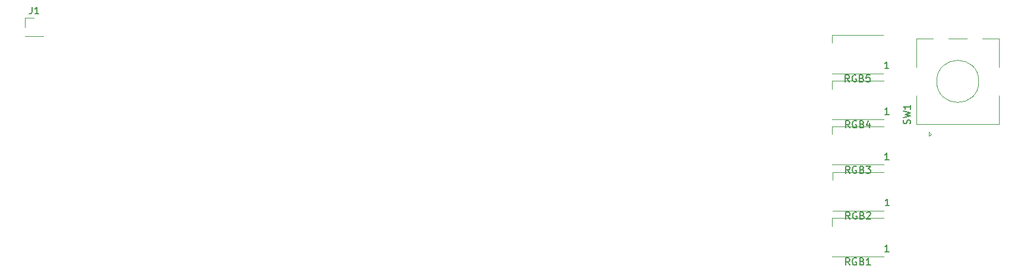
<source format=gto>
G04 #@! TF.GenerationSoftware,KiCad,Pcbnew,5.1.7*
G04 #@! TF.CreationDate,2020-10-07T19:53:18-07:00*
G04 #@! TF.ProjectId,Program Yoink,50726f67-7261-46d2-9059-6f696e6b2e6b,rev?*
G04 #@! TF.SameCoordinates,Original*
G04 #@! TF.FileFunction,Legend,Top*
G04 #@! TF.FilePolarity,Positive*
%FSLAX46Y46*%
G04 Gerber Fmt 4.6, Leading zero omitted, Abs format (unit mm)*
G04 Created by KiCad (PCBNEW 5.1.7) date 2020-10-07 19:53:18*
%MOMM*%
%LPD*%
G01*
G04 APERTURE LIST*
%ADD10C,0.120000*%
%ADD11C,0.150000*%
%ADD12C,4.089800*%
%ADD13C,1.852000*%
%ADD14C,0.752000*%
%ADD15O,1.102000X2.202000*%
%ADD16O,1.102000X1.702000*%
%ADD17C,2.102000*%
%ADD18C,3.150000*%
G04 APERTURE END LIST*
D10*
X-21777000Y257115000D02*
X-19117000Y257115000D01*
X-21777000Y257175000D02*
X-21777000Y257115000D01*
X-19117000Y257175000D02*
X-19117000Y257115000D01*
X-21777000Y257175000D02*
X-19117000Y257175000D01*
X-21777000Y258445000D02*
X-21777000Y259775000D01*
X-21777000Y259775000D02*
X-20447000Y259775000D01*
X114138400Y250698000D02*
G75*
G03*
X114138400Y250698000I-3000000J0D01*
G01*
X105238400Y252698000D02*
X105238400Y256798000D01*
X117038400Y256798000D02*
X117038400Y252698000D01*
X117038400Y248698000D02*
X117038400Y244598000D01*
X105238400Y248698000D02*
X105238400Y244598000D01*
X105238400Y244598000D02*
X117038400Y244598000D01*
X107338400Y243198000D02*
X107038400Y242898000D01*
X107038400Y242898000D02*
X107038400Y243498000D01*
X107038400Y243498000D02*
X107338400Y243198000D01*
X105238400Y256798000D02*
X107638400Y256798000D01*
X109838400Y256798000D02*
X112438400Y256798000D01*
X114638400Y256798000D02*
X117038400Y256798000D01*
X110638400Y250698000D02*
X111638400Y250698000D01*
X111138400Y250198000D02*
X111138400Y251198000D01*
X93214000Y257334000D02*
X93214000Y256184000D01*
X100514000Y257334000D02*
X93214000Y257334000D01*
X100514000Y251834000D02*
X93214000Y251834000D01*
X93251000Y250781000D02*
X93251000Y249631000D01*
X100551000Y250781000D02*
X93251000Y250781000D01*
X100551000Y245281000D02*
X93251000Y245281000D01*
X93251000Y244304000D02*
X93251000Y243154000D01*
X100551000Y244304000D02*
X93251000Y244304000D01*
X100551000Y238804000D02*
X93251000Y238804000D01*
X93288000Y237776000D02*
X93288000Y236626000D01*
X100588000Y237776000D02*
X93288000Y237776000D01*
X100588000Y232276000D02*
X93288000Y232276000D01*
X93251000Y231223000D02*
X93251000Y230073000D01*
X100551000Y231223000D02*
X93251000Y231223000D01*
X100551000Y225723000D02*
X93251000Y225723000D01*
D11*
X-20780333Y261322619D02*
X-20780333Y260608333D01*
X-20827952Y260465476D01*
X-20923190Y260370238D01*
X-21066047Y260322619D01*
X-21161285Y260322619D01*
X-19780333Y260322619D02*
X-20351761Y260322619D01*
X-20066047Y260322619D02*
X-20066047Y261322619D01*
X-20161285Y261179761D01*
X-20256523Y261084523D01*
X-20351761Y261036904D01*
X104343161Y244664666D02*
X104390780Y244807523D01*
X104390780Y245045619D01*
X104343161Y245140857D01*
X104295542Y245188476D01*
X104200304Y245236095D01*
X104105066Y245236095D01*
X104009828Y245188476D01*
X103962209Y245140857D01*
X103914590Y245045619D01*
X103866971Y244855142D01*
X103819352Y244759904D01*
X103771733Y244712285D01*
X103676495Y244664666D01*
X103581257Y244664666D01*
X103486019Y244712285D01*
X103438400Y244759904D01*
X103390780Y244855142D01*
X103390780Y245093238D01*
X103438400Y245236095D01*
X103390780Y245569428D02*
X104390780Y245807523D01*
X103676495Y245998000D01*
X104390780Y246188476D01*
X103390780Y246426571D01*
X104390780Y247331333D02*
X104390780Y246759904D01*
X104390780Y247045619D02*
X103390780Y247045619D01*
X103533638Y246950380D01*
X103628876Y246855142D01*
X103676495Y246759904D01*
X95697333Y250631619D02*
X95364000Y251107809D01*
X95125904Y250631619D02*
X95125904Y251631619D01*
X95506857Y251631619D01*
X95602095Y251584000D01*
X95649714Y251536380D01*
X95697333Y251441142D01*
X95697333Y251298285D01*
X95649714Y251203047D01*
X95602095Y251155428D01*
X95506857Y251107809D01*
X95125904Y251107809D01*
X96649714Y251584000D02*
X96554476Y251631619D01*
X96411619Y251631619D01*
X96268761Y251584000D01*
X96173523Y251488761D01*
X96125904Y251393523D01*
X96078285Y251203047D01*
X96078285Y251060190D01*
X96125904Y250869714D01*
X96173523Y250774476D01*
X96268761Y250679238D01*
X96411619Y250631619D01*
X96506857Y250631619D01*
X96649714Y250679238D01*
X96697333Y250726857D01*
X96697333Y251060190D01*
X96506857Y251060190D01*
X97459238Y251155428D02*
X97602095Y251107809D01*
X97649714Y251060190D01*
X97697333Y250964952D01*
X97697333Y250822095D01*
X97649714Y250726857D01*
X97602095Y250679238D01*
X97506857Y250631619D01*
X97125904Y250631619D01*
X97125904Y251631619D01*
X97459238Y251631619D01*
X97554476Y251584000D01*
X97602095Y251536380D01*
X97649714Y251441142D01*
X97649714Y251345904D01*
X97602095Y251250666D01*
X97554476Y251203047D01*
X97459238Y251155428D01*
X97125904Y251155428D01*
X98602095Y251631619D02*
X98125904Y251631619D01*
X98078285Y251155428D01*
X98125904Y251203047D01*
X98221142Y251250666D01*
X98459238Y251250666D01*
X98554476Y251203047D01*
X98602095Y251155428D01*
X98649714Y251060190D01*
X98649714Y250822095D01*
X98602095Y250726857D01*
X98554476Y250679238D01*
X98459238Y250631619D01*
X98221142Y250631619D01*
X98125904Y250679238D01*
X98078285Y250726857D01*
X101299714Y252531619D02*
X100728285Y252531619D01*
X101014000Y252531619D02*
X101014000Y253531619D01*
X100918761Y253388761D01*
X100823523Y253293523D01*
X100728285Y253245904D01*
X95734333Y244078619D02*
X95401000Y244554809D01*
X95162904Y244078619D02*
X95162904Y245078619D01*
X95543857Y245078619D01*
X95639095Y245031000D01*
X95686714Y244983380D01*
X95734333Y244888142D01*
X95734333Y244745285D01*
X95686714Y244650047D01*
X95639095Y244602428D01*
X95543857Y244554809D01*
X95162904Y244554809D01*
X96686714Y245031000D02*
X96591476Y245078619D01*
X96448619Y245078619D01*
X96305761Y245031000D01*
X96210523Y244935761D01*
X96162904Y244840523D01*
X96115285Y244650047D01*
X96115285Y244507190D01*
X96162904Y244316714D01*
X96210523Y244221476D01*
X96305761Y244126238D01*
X96448619Y244078619D01*
X96543857Y244078619D01*
X96686714Y244126238D01*
X96734333Y244173857D01*
X96734333Y244507190D01*
X96543857Y244507190D01*
X97496238Y244602428D02*
X97639095Y244554809D01*
X97686714Y244507190D01*
X97734333Y244411952D01*
X97734333Y244269095D01*
X97686714Y244173857D01*
X97639095Y244126238D01*
X97543857Y244078619D01*
X97162904Y244078619D01*
X97162904Y245078619D01*
X97496238Y245078619D01*
X97591476Y245031000D01*
X97639095Y244983380D01*
X97686714Y244888142D01*
X97686714Y244792904D01*
X97639095Y244697666D01*
X97591476Y244650047D01*
X97496238Y244602428D01*
X97162904Y244602428D01*
X98591476Y244745285D02*
X98591476Y244078619D01*
X98353380Y245126238D02*
X98115285Y244411952D01*
X98734333Y244411952D01*
X101336714Y245978619D02*
X100765285Y245978619D01*
X101051000Y245978619D02*
X101051000Y246978619D01*
X100955761Y246835761D01*
X100860523Y246740523D01*
X100765285Y246692904D01*
X95734333Y237601619D02*
X95401000Y238077809D01*
X95162904Y237601619D02*
X95162904Y238601619D01*
X95543857Y238601619D01*
X95639095Y238554000D01*
X95686714Y238506380D01*
X95734333Y238411142D01*
X95734333Y238268285D01*
X95686714Y238173047D01*
X95639095Y238125428D01*
X95543857Y238077809D01*
X95162904Y238077809D01*
X96686714Y238554000D02*
X96591476Y238601619D01*
X96448619Y238601619D01*
X96305761Y238554000D01*
X96210523Y238458761D01*
X96162904Y238363523D01*
X96115285Y238173047D01*
X96115285Y238030190D01*
X96162904Y237839714D01*
X96210523Y237744476D01*
X96305761Y237649238D01*
X96448619Y237601619D01*
X96543857Y237601619D01*
X96686714Y237649238D01*
X96734333Y237696857D01*
X96734333Y238030190D01*
X96543857Y238030190D01*
X97496238Y238125428D02*
X97639095Y238077809D01*
X97686714Y238030190D01*
X97734333Y237934952D01*
X97734333Y237792095D01*
X97686714Y237696857D01*
X97639095Y237649238D01*
X97543857Y237601619D01*
X97162904Y237601619D01*
X97162904Y238601619D01*
X97496238Y238601619D01*
X97591476Y238554000D01*
X97639095Y238506380D01*
X97686714Y238411142D01*
X97686714Y238315904D01*
X97639095Y238220666D01*
X97591476Y238173047D01*
X97496238Y238125428D01*
X97162904Y238125428D01*
X98067666Y238601619D02*
X98686714Y238601619D01*
X98353380Y238220666D01*
X98496238Y238220666D01*
X98591476Y238173047D01*
X98639095Y238125428D01*
X98686714Y238030190D01*
X98686714Y237792095D01*
X98639095Y237696857D01*
X98591476Y237649238D01*
X98496238Y237601619D01*
X98210523Y237601619D01*
X98115285Y237649238D01*
X98067666Y237696857D01*
X101336714Y239501619D02*
X100765285Y239501619D01*
X101051000Y239501619D02*
X101051000Y240501619D01*
X100955761Y240358761D01*
X100860523Y240263523D01*
X100765285Y240215904D01*
X95771333Y231073619D02*
X95438000Y231549809D01*
X95199904Y231073619D02*
X95199904Y232073619D01*
X95580857Y232073619D01*
X95676095Y232026000D01*
X95723714Y231978380D01*
X95771333Y231883142D01*
X95771333Y231740285D01*
X95723714Y231645047D01*
X95676095Y231597428D01*
X95580857Y231549809D01*
X95199904Y231549809D01*
X96723714Y232026000D02*
X96628476Y232073619D01*
X96485619Y232073619D01*
X96342761Y232026000D01*
X96247523Y231930761D01*
X96199904Y231835523D01*
X96152285Y231645047D01*
X96152285Y231502190D01*
X96199904Y231311714D01*
X96247523Y231216476D01*
X96342761Y231121238D01*
X96485619Y231073619D01*
X96580857Y231073619D01*
X96723714Y231121238D01*
X96771333Y231168857D01*
X96771333Y231502190D01*
X96580857Y231502190D01*
X97533238Y231597428D02*
X97676095Y231549809D01*
X97723714Y231502190D01*
X97771333Y231406952D01*
X97771333Y231264095D01*
X97723714Y231168857D01*
X97676095Y231121238D01*
X97580857Y231073619D01*
X97199904Y231073619D01*
X97199904Y232073619D01*
X97533238Y232073619D01*
X97628476Y232026000D01*
X97676095Y231978380D01*
X97723714Y231883142D01*
X97723714Y231787904D01*
X97676095Y231692666D01*
X97628476Y231645047D01*
X97533238Y231597428D01*
X97199904Y231597428D01*
X98152285Y231978380D02*
X98199904Y232026000D01*
X98295142Y232073619D01*
X98533238Y232073619D01*
X98628476Y232026000D01*
X98676095Y231978380D01*
X98723714Y231883142D01*
X98723714Y231787904D01*
X98676095Y231645047D01*
X98104666Y231073619D01*
X98723714Y231073619D01*
X101373714Y232973619D02*
X100802285Y232973619D01*
X101088000Y232973619D02*
X101088000Y233973619D01*
X100992761Y233830761D01*
X100897523Y233735523D01*
X100802285Y233687904D01*
X95734333Y224520619D02*
X95401000Y224996809D01*
X95162904Y224520619D02*
X95162904Y225520619D01*
X95543857Y225520619D01*
X95639095Y225473000D01*
X95686714Y225425380D01*
X95734333Y225330142D01*
X95734333Y225187285D01*
X95686714Y225092047D01*
X95639095Y225044428D01*
X95543857Y224996809D01*
X95162904Y224996809D01*
X96686714Y225473000D02*
X96591476Y225520619D01*
X96448619Y225520619D01*
X96305761Y225473000D01*
X96210523Y225377761D01*
X96162904Y225282523D01*
X96115285Y225092047D01*
X96115285Y224949190D01*
X96162904Y224758714D01*
X96210523Y224663476D01*
X96305761Y224568238D01*
X96448619Y224520619D01*
X96543857Y224520619D01*
X96686714Y224568238D01*
X96734333Y224615857D01*
X96734333Y224949190D01*
X96543857Y224949190D01*
X97496238Y225044428D02*
X97639095Y224996809D01*
X97686714Y224949190D01*
X97734333Y224853952D01*
X97734333Y224711095D01*
X97686714Y224615857D01*
X97639095Y224568238D01*
X97543857Y224520619D01*
X97162904Y224520619D01*
X97162904Y225520619D01*
X97496238Y225520619D01*
X97591476Y225473000D01*
X97639095Y225425380D01*
X97686714Y225330142D01*
X97686714Y225234904D01*
X97639095Y225139666D01*
X97591476Y225092047D01*
X97496238Y225044428D01*
X97162904Y225044428D01*
X98686714Y224520619D02*
X98115285Y224520619D01*
X98401000Y224520619D02*
X98401000Y225520619D01*
X98305761Y225377761D01*
X98210523Y225282523D01*
X98115285Y225234904D01*
X101336714Y226420619D02*
X100765285Y226420619D01*
X101051000Y226420619D02*
X101051000Y227420619D01*
X100955761Y227277761D01*
X100860523Y227182523D01*
X100765285Y227134904D01*
%LPC*%
G36*
G01*
X-21348000Y257595000D02*
X-21348000Y259295000D01*
G75*
G02*
X-21297000Y259346000I51000J0D01*
G01*
X-19597000Y259346000D01*
G75*
G02*
X-19546000Y259295000I0J-51000D01*
G01*
X-19546000Y257595000D01*
G75*
G02*
X-19597000Y257544000I-51000J0D01*
G01*
X-21297000Y257544000D01*
G75*
G02*
X-21348000Y257595000I0J51000D01*
G01*
G37*
D12*
X75406250Y231775000D03*
D13*
X70326250Y231775000D03*
X80486250Y231775000D03*
D14*
X-285000Y258068750D03*
X-6065000Y258068750D03*
D15*
X-7495000Y257538750D03*
X1145000Y257538750D03*
D16*
X-7495000Y261718750D03*
X1145000Y261718750D03*
G36*
G01*
X109638400Y242147000D02*
X107638400Y242147000D01*
G75*
G02*
X107587400Y242198000I0J51000D01*
G01*
X107587400Y244198000D01*
G75*
G02*
X107638400Y244249000I51000J0D01*
G01*
X109638400Y244249000D01*
G75*
G02*
X109689400Y244198000I0J-51000D01*
G01*
X109689400Y242198000D01*
G75*
G02*
X109638400Y242147000I-51000J0D01*
G01*
G37*
D17*
X111138400Y243198000D03*
X113638400Y243198000D03*
G36*
G01*
X106538400Y249047000D02*
X104538400Y249047000D01*
G75*
G02*
X104487400Y249098000I0J51000D01*
G01*
X104487400Y252298000D01*
G75*
G02*
X104538400Y252349000I51000J0D01*
G01*
X106538400Y252349000D01*
G75*
G02*
X106589400Y252298000I0J-51000D01*
G01*
X106589400Y249098000D01*
G75*
G02*
X106538400Y249047000I-51000J0D01*
G01*
G37*
G36*
G01*
X117738400Y249047000D02*
X115738400Y249047000D01*
G75*
G02*
X115687400Y249098000I0J51000D01*
G01*
X115687400Y252298000D01*
G75*
G02*
X115738400Y252349000I51000J0D01*
G01*
X117738400Y252349000D01*
G75*
G02*
X117789400Y252298000I0J-51000D01*
G01*
X117789400Y249098000D01*
G75*
G02*
X117738400Y249047000I-51000J0D01*
G01*
G37*
X108638400Y257698000D03*
X113638400Y257698000D03*
G36*
G01*
X100115000Y253484000D02*
X100115000Y252484000D01*
G75*
G02*
X100064000Y252433000I-51000J0D01*
G01*
X98564000Y252433000D01*
G75*
G02*
X98513000Y252484000I0J51000D01*
G01*
X98513000Y253484000D01*
G75*
G02*
X98564000Y253535000I51000J0D01*
G01*
X100064000Y253535000D01*
G75*
G02*
X100115000Y253484000I0J-51000D01*
G01*
G37*
G36*
G01*
X100115000Y256684000D02*
X100115000Y255684000D01*
G75*
G02*
X100064000Y255633000I-51000J0D01*
G01*
X98564000Y255633000D01*
G75*
G02*
X98513000Y255684000I0J51000D01*
G01*
X98513000Y256684000D01*
G75*
G02*
X98564000Y256735000I51000J0D01*
G01*
X100064000Y256735000D01*
G75*
G02*
X100115000Y256684000I0J-51000D01*
G01*
G37*
G36*
G01*
X95215000Y253484000D02*
X95215000Y252484000D01*
G75*
G02*
X95164000Y252433000I-51000J0D01*
G01*
X93664000Y252433000D01*
G75*
G02*
X93613000Y252484000I0J51000D01*
G01*
X93613000Y253484000D01*
G75*
G02*
X93664000Y253535000I51000J0D01*
G01*
X95164000Y253535000D01*
G75*
G02*
X95215000Y253484000I0J-51000D01*
G01*
G37*
G36*
G01*
X95215000Y256684000D02*
X95215000Y255684000D01*
G75*
G02*
X95164000Y255633000I-51000J0D01*
G01*
X93664000Y255633000D01*
G75*
G02*
X93613000Y255684000I0J51000D01*
G01*
X93613000Y256684000D01*
G75*
G02*
X93664000Y256735000I51000J0D01*
G01*
X95164000Y256735000D01*
G75*
G02*
X95215000Y256684000I0J-51000D01*
G01*
G37*
G36*
G01*
X100152000Y246931000D02*
X100152000Y245931000D01*
G75*
G02*
X100101000Y245880000I-51000J0D01*
G01*
X98601000Y245880000D01*
G75*
G02*
X98550000Y245931000I0J51000D01*
G01*
X98550000Y246931000D01*
G75*
G02*
X98601000Y246982000I51000J0D01*
G01*
X100101000Y246982000D01*
G75*
G02*
X100152000Y246931000I0J-51000D01*
G01*
G37*
G36*
G01*
X100152000Y250131000D02*
X100152000Y249131000D01*
G75*
G02*
X100101000Y249080000I-51000J0D01*
G01*
X98601000Y249080000D01*
G75*
G02*
X98550000Y249131000I0J51000D01*
G01*
X98550000Y250131000D01*
G75*
G02*
X98601000Y250182000I51000J0D01*
G01*
X100101000Y250182000D01*
G75*
G02*
X100152000Y250131000I0J-51000D01*
G01*
G37*
G36*
G01*
X95252000Y246931000D02*
X95252000Y245931000D01*
G75*
G02*
X95201000Y245880000I-51000J0D01*
G01*
X93701000Y245880000D01*
G75*
G02*
X93650000Y245931000I0J51000D01*
G01*
X93650000Y246931000D01*
G75*
G02*
X93701000Y246982000I51000J0D01*
G01*
X95201000Y246982000D01*
G75*
G02*
X95252000Y246931000I0J-51000D01*
G01*
G37*
G36*
G01*
X95252000Y250131000D02*
X95252000Y249131000D01*
G75*
G02*
X95201000Y249080000I-51000J0D01*
G01*
X93701000Y249080000D01*
G75*
G02*
X93650000Y249131000I0J51000D01*
G01*
X93650000Y250131000D01*
G75*
G02*
X93701000Y250182000I51000J0D01*
G01*
X95201000Y250182000D01*
G75*
G02*
X95252000Y250131000I0J-51000D01*
G01*
G37*
G36*
G01*
X100152000Y240454000D02*
X100152000Y239454000D01*
G75*
G02*
X100101000Y239403000I-51000J0D01*
G01*
X98601000Y239403000D01*
G75*
G02*
X98550000Y239454000I0J51000D01*
G01*
X98550000Y240454000D01*
G75*
G02*
X98601000Y240505000I51000J0D01*
G01*
X100101000Y240505000D01*
G75*
G02*
X100152000Y240454000I0J-51000D01*
G01*
G37*
G36*
G01*
X100152000Y243654000D02*
X100152000Y242654000D01*
G75*
G02*
X100101000Y242603000I-51000J0D01*
G01*
X98601000Y242603000D01*
G75*
G02*
X98550000Y242654000I0J51000D01*
G01*
X98550000Y243654000D01*
G75*
G02*
X98601000Y243705000I51000J0D01*
G01*
X100101000Y243705000D01*
G75*
G02*
X100152000Y243654000I0J-51000D01*
G01*
G37*
G36*
G01*
X95252000Y240454000D02*
X95252000Y239454000D01*
G75*
G02*
X95201000Y239403000I-51000J0D01*
G01*
X93701000Y239403000D01*
G75*
G02*
X93650000Y239454000I0J51000D01*
G01*
X93650000Y240454000D01*
G75*
G02*
X93701000Y240505000I51000J0D01*
G01*
X95201000Y240505000D01*
G75*
G02*
X95252000Y240454000I0J-51000D01*
G01*
G37*
G36*
G01*
X95252000Y243654000D02*
X95252000Y242654000D01*
G75*
G02*
X95201000Y242603000I-51000J0D01*
G01*
X93701000Y242603000D01*
G75*
G02*
X93650000Y242654000I0J51000D01*
G01*
X93650000Y243654000D01*
G75*
G02*
X93701000Y243705000I51000J0D01*
G01*
X95201000Y243705000D01*
G75*
G02*
X95252000Y243654000I0J-51000D01*
G01*
G37*
G36*
G01*
X100189000Y233926000D02*
X100189000Y232926000D01*
G75*
G02*
X100138000Y232875000I-51000J0D01*
G01*
X98638000Y232875000D01*
G75*
G02*
X98587000Y232926000I0J51000D01*
G01*
X98587000Y233926000D01*
G75*
G02*
X98638000Y233977000I51000J0D01*
G01*
X100138000Y233977000D01*
G75*
G02*
X100189000Y233926000I0J-51000D01*
G01*
G37*
G36*
G01*
X100189000Y237126000D02*
X100189000Y236126000D01*
G75*
G02*
X100138000Y236075000I-51000J0D01*
G01*
X98638000Y236075000D01*
G75*
G02*
X98587000Y236126000I0J51000D01*
G01*
X98587000Y237126000D01*
G75*
G02*
X98638000Y237177000I51000J0D01*
G01*
X100138000Y237177000D01*
G75*
G02*
X100189000Y237126000I0J-51000D01*
G01*
G37*
G36*
G01*
X95289000Y233926000D02*
X95289000Y232926000D01*
G75*
G02*
X95238000Y232875000I-51000J0D01*
G01*
X93738000Y232875000D01*
G75*
G02*
X93687000Y232926000I0J51000D01*
G01*
X93687000Y233926000D01*
G75*
G02*
X93738000Y233977000I51000J0D01*
G01*
X95238000Y233977000D01*
G75*
G02*
X95289000Y233926000I0J-51000D01*
G01*
G37*
G36*
G01*
X95289000Y237126000D02*
X95289000Y236126000D01*
G75*
G02*
X95238000Y236075000I-51000J0D01*
G01*
X93738000Y236075000D01*
G75*
G02*
X93687000Y236126000I0J51000D01*
G01*
X93687000Y237126000D01*
G75*
G02*
X93738000Y237177000I51000J0D01*
G01*
X95238000Y237177000D01*
G75*
G02*
X95289000Y237126000I0J-51000D01*
G01*
G37*
G36*
G01*
X100152000Y227373000D02*
X100152000Y226373000D01*
G75*
G02*
X100101000Y226322000I-51000J0D01*
G01*
X98601000Y226322000D01*
G75*
G02*
X98550000Y226373000I0J51000D01*
G01*
X98550000Y227373000D01*
G75*
G02*
X98601000Y227424000I51000J0D01*
G01*
X100101000Y227424000D01*
G75*
G02*
X100152000Y227373000I0J-51000D01*
G01*
G37*
G36*
G01*
X100152000Y230573000D02*
X100152000Y229573000D01*
G75*
G02*
X100101000Y229522000I-51000J0D01*
G01*
X98601000Y229522000D01*
G75*
G02*
X98550000Y229573000I0J51000D01*
G01*
X98550000Y230573000D01*
G75*
G02*
X98601000Y230624000I51000J0D01*
G01*
X100101000Y230624000D01*
G75*
G02*
X100152000Y230573000I0J-51000D01*
G01*
G37*
G36*
G01*
X95252000Y227373000D02*
X95252000Y226373000D01*
G75*
G02*
X95201000Y226322000I-51000J0D01*
G01*
X93701000Y226322000D01*
G75*
G02*
X93650000Y226373000I0J51000D01*
G01*
X93650000Y227373000D01*
G75*
G02*
X93701000Y227424000I51000J0D01*
G01*
X95201000Y227424000D01*
G75*
G02*
X95252000Y227373000I0J-51000D01*
G01*
G37*
G36*
G01*
X95252000Y230573000D02*
X95252000Y229573000D01*
G75*
G02*
X95201000Y229522000I-51000J0D01*
G01*
X93701000Y229522000D01*
G75*
G02*
X93650000Y229573000I0J51000D01*
G01*
X93650000Y230573000D01*
G75*
G02*
X93701000Y230624000I51000J0D01*
G01*
X95201000Y230624000D01*
G75*
G02*
X95252000Y230573000I0J-51000D01*
G01*
G37*
D12*
X68262500Y188912500D03*
D13*
X63182500Y188912500D03*
X73342500Y188912500D03*
D12*
X42068750Y193675000D03*
D13*
X36988750Y193675000D03*
X47148750Y193675000D03*
D12*
X-29368750Y193675000D03*
D13*
X-34448750Y193675000D03*
X-24288750Y193675000D03*
D18*
X-79368650Y186690000D03*
X20631150Y186690000D03*
D12*
X-79368650Y201930000D03*
X20631150Y201930000D03*
X-100806250Y193675000D03*
D13*
X-105886250Y193675000D03*
X-95726250Y193675000D03*
D12*
X-124618750Y193675000D03*
D13*
X-129698750Y193675000D03*
X-119538750Y193675000D03*
D12*
X106362500Y188912500D03*
D13*
X101282500Y188912500D03*
X111442500Y188912500D03*
D12*
X87312500Y188912500D03*
D13*
X82232500Y188912500D03*
X92392500Y188912500D03*
D12*
X44450000Y193675000D03*
D13*
X39370000Y193675000D03*
X49530000Y193675000D03*
D12*
X25400000Y193675000D03*
D13*
X20320000Y193675000D03*
X30480000Y193675000D03*
D12*
X-5556250Y193675000D03*
D13*
X-10636250Y193675000D03*
X-476250Y193675000D03*
D18*
X-17462500Y186690000D03*
X6350000Y186690000D03*
D12*
X-17462500Y201930000D03*
X6350000Y201930000D03*
X-31750000Y193675000D03*
D13*
X-36830000Y193675000D03*
X-26670000Y193675000D03*
D18*
X-88900000Y186690000D03*
X25400000Y186690000D03*
D12*
X-88900000Y201930000D03*
X25400000Y201930000D03*
X-53181250Y193675000D03*
D13*
X-58261250Y193675000D03*
X-48101250Y193675000D03*
D18*
X-65087500Y186690000D03*
X-41275000Y186690000D03*
D12*
X-65087500Y201930000D03*
X-41275000Y201930000D03*
X-88900000Y193675000D03*
D13*
X-93980000Y193675000D03*
X-83820000Y193675000D03*
D12*
X-107950000Y193675000D03*
D13*
X-113030000Y193675000D03*
X-102870000Y193675000D03*
D12*
X-127000000Y193675000D03*
D13*
X-132080000Y193675000D03*
X-121920000Y193675000D03*
D12*
X111125000Y212725000D03*
D13*
X106045000Y212725000D03*
X116205000Y212725000D03*
D12*
X87312500Y207962500D03*
D13*
X82232500Y207962500D03*
X92392500Y207962500D03*
D12*
X61118750Y212725000D03*
D13*
X56038750Y212725000D03*
X66198750Y212725000D03*
D12*
X39687500Y212725000D03*
D13*
X34607500Y212725000D03*
X44767500Y212725000D03*
D12*
X20637500Y212725000D03*
D13*
X15557500Y212725000D03*
X25717500Y212725000D03*
D12*
X1587500Y212725000D03*
D13*
X-3492500Y212725000D03*
X6667500Y212725000D03*
D12*
X-17462500Y212725000D03*
D13*
X-22542500Y212725000D03*
X-12382500Y212725000D03*
D12*
X-36512500Y212725000D03*
D13*
X-41592500Y212725000D03*
X-31432500Y212725000D03*
D12*
X-55562500Y212725000D03*
D13*
X-60642500Y212725000D03*
X-50482500Y212725000D03*
D12*
X-74612500Y212725000D03*
D13*
X-79692500Y212725000D03*
X-69532500Y212725000D03*
D12*
X-93662500Y212725000D03*
D13*
X-98742500Y212725000D03*
X-88582500Y212725000D03*
D12*
X-119856250Y212725000D03*
D13*
X-124936250Y212725000D03*
X-114776250Y212725000D03*
D12*
X111125000Y231775000D03*
D13*
X106045000Y231775000D03*
X116205000Y231775000D03*
D12*
X49212500Y231775000D03*
D13*
X44132500Y231775000D03*
X54292500Y231775000D03*
D12*
X30162500Y231775000D03*
D13*
X25082500Y231775000D03*
X35242500Y231775000D03*
D12*
X11112500Y231775000D03*
D13*
X6032500Y231775000D03*
X16192500Y231775000D03*
D12*
X-7937500Y231775000D03*
D13*
X-13017500Y231775000D03*
X-2857500Y231775000D03*
D12*
X-26987500Y231775000D03*
D13*
X-32067500Y231775000D03*
X-21907500Y231775000D03*
D12*
X-46037500Y231775000D03*
D13*
X-51117500Y231775000D03*
X-40957500Y231775000D03*
D12*
X-65087500Y231775000D03*
D13*
X-70167500Y231775000D03*
X-60007500Y231775000D03*
D12*
X-84137500Y231775000D03*
D13*
X-89217500Y231775000D03*
X-79057500Y231775000D03*
D12*
X-103187500Y231775000D03*
D13*
X-108267500Y231775000D03*
X-98107500Y231775000D03*
D12*
X-124618750Y231775000D03*
D13*
X-129698750Y231775000D03*
X-119538750Y231775000D03*
D12*
X111125000Y250825000D03*
D13*
X106045000Y250825000D03*
X116205000Y250825000D03*
D12*
X82550000Y250825000D03*
D13*
X77470000Y250825000D03*
X87630000Y250825000D03*
D12*
X63500000Y250825000D03*
D13*
X58420000Y250825000D03*
X68580000Y250825000D03*
D12*
X44450000Y250825000D03*
D13*
X39370000Y250825000D03*
X49530000Y250825000D03*
D12*
X25400000Y250825000D03*
D13*
X20320000Y250825000D03*
X30480000Y250825000D03*
D12*
X6350000Y250825000D03*
D13*
X1270000Y250825000D03*
X11430000Y250825000D03*
D12*
X-12700000Y250825000D03*
D13*
X-17780000Y250825000D03*
X-7620000Y250825000D03*
D12*
X-31750000Y250825000D03*
D13*
X-36830000Y250825000D03*
X-26670000Y250825000D03*
D12*
X-50800000Y250825000D03*
D13*
X-55880000Y250825000D03*
X-45720000Y250825000D03*
D12*
X-69850000Y250825000D03*
D13*
X-74930000Y250825000D03*
X-64770000Y250825000D03*
D12*
X-88900000Y250825000D03*
D13*
X-93980000Y250825000D03*
X-83820000Y250825000D03*
D12*
X-107950000Y250825000D03*
D13*
X-113030000Y250825000D03*
X-102870000Y250825000D03*
D12*
X-127000000Y250825000D03*
D13*
X-132080000Y250825000D03*
X-121920000Y250825000D03*
M02*

</source>
